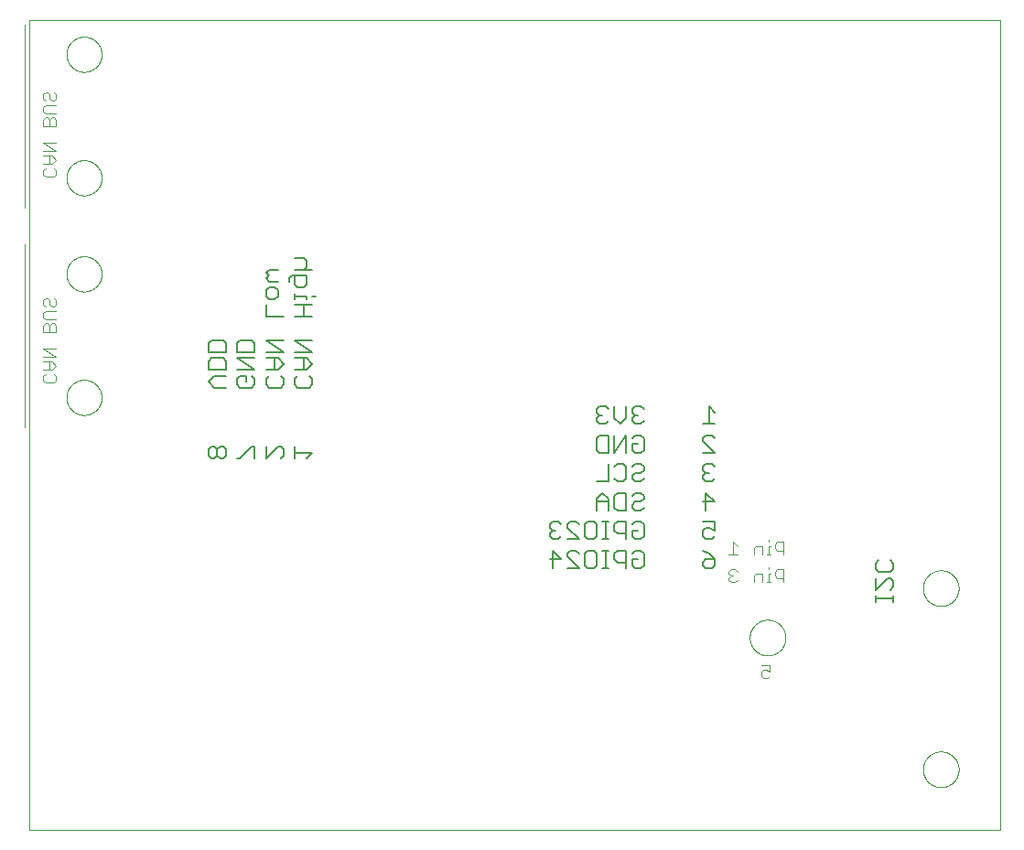
<source format=gbo>
G75*
%MOIN*%
%OFA0B0*%
%FSLAX25Y25*%
%IPPOS*%
%LPD*%
%AMOC8*
5,1,8,0,0,1.08239X$1,22.5*
%
%ADD10C,0.00000*%
%ADD11C,0.00400*%
%ADD12C,0.00600*%
%ADD13C,0.00039*%
D10*
X0012038Y0001800D02*
X0365739Y0001800D01*
X0365739Y0296761D01*
X0365739Y0296800D02*
X0012038Y0296800D01*
X0012038Y0296761D02*
X0012038Y0001800D01*
X0025638Y0159300D02*
X0025640Y0159460D01*
X0025646Y0159619D01*
X0025656Y0159778D01*
X0025670Y0159937D01*
X0025688Y0160096D01*
X0025709Y0160254D01*
X0025735Y0160411D01*
X0025765Y0160568D01*
X0025798Y0160724D01*
X0025836Y0160879D01*
X0025877Y0161033D01*
X0025922Y0161186D01*
X0025971Y0161338D01*
X0026024Y0161489D01*
X0026080Y0161638D01*
X0026141Y0161786D01*
X0026204Y0161932D01*
X0026272Y0162077D01*
X0026343Y0162220D01*
X0026417Y0162361D01*
X0026495Y0162500D01*
X0026577Y0162637D01*
X0026662Y0162772D01*
X0026750Y0162905D01*
X0026842Y0163036D01*
X0026936Y0163164D01*
X0027034Y0163290D01*
X0027135Y0163414D01*
X0027239Y0163535D01*
X0027346Y0163653D01*
X0027456Y0163769D01*
X0027569Y0163882D01*
X0027685Y0163992D01*
X0027803Y0164099D01*
X0027924Y0164203D01*
X0028048Y0164304D01*
X0028174Y0164402D01*
X0028302Y0164496D01*
X0028433Y0164588D01*
X0028566Y0164676D01*
X0028701Y0164761D01*
X0028838Y0164843D01*
X0028977Y0164921D01*
X0029118Y0164995D01*
X0029261Y0165066D01*
X0029406Y0165134D01*
X0029552Y0165197D01*
X0029700Y0165258D01*
X0029849Y0165314D01*
X0030000Y0165367D01*
X0030152Y0165416D01*
X0030305Y0165461D01*
X0030459Y0165502D01*
X0030614Y0165540D01*
X0030770Y0165573D01*
X0030927Y0165603D01*
X0031084Y0165629D01*
X0031242Y0165650D01*
X0031401Y0165668D01*
X0031560Y0165682D01*
X0031719Y0165692D01*
X0031878Y0165698D01*
X0032038Y0165700D01*
X0032198Y0165698D01*
X0032357Y0165692D01*
X0032516Y0165682D01*
X0032675Y0165668D01*
X0032834Y0165650D01*
X0032992Y0165629D01*
X0033149Y0165603D01*
X0033306Y0165573D01*
X0033462Y0165540D01*
X0033617Y0165502D01*
X0033771Y0165461D01*
X0033924Y0165416D01*
X0034076Y0165367D01*
X0034227Y0165314D01*
X0034376Y0165258D01*
X0034524Y0165197D01*
X0034670Y0165134D01*
X0034815Y0165066D01*
X0034958Y0164995D01*
X0035099Y0164921D01*
X0035238Y0164843D01*
X0035375Y0164761D01*
X0035510Y0164676D01*
X0035643Y0164588D01*
X0035774Y0164496D01*
X0035902Y0164402D01*
X0036028Y0164304D01*
X0036152Y0164203D01*
X0036273Y0164099D01*
X0036391Y0163992D01*
X0036507Y0163882D01*
X0036620Y0163769D01*
X0036730Y0163653D01*
X0036837Y0163535D01*
X0036941Y0163414D01*
X0037042Y0163290D01*
X0037140Y0163164D01*
X0037234Y0163036D01*
X0037326Y0162905D01*
X0037414Y0162772D01*
X0037499Y0162637D01*
X0037581Y0162500D01*
X0037659Y0162361D01*
X0037733Y0162220D01*
X0037804Y0162077D01*
X0037872Y0161932D01*
X0037935Y0161786D01*
X0037996Y0161638D01*
X0038052Y0161489D01*
X0038105Y0161338D01*
X0038154Y0161186D01*
X0038199Y0161033D01*
X0038240Y0160879D01*
X0038278Y0160724D01*
X0038311Y0160568D01*
X0038341Y0160411D01*
X0038367Y0160254D01*
X0038388Y0160096D01*
X0038406Y0159937D01*
X0038420Y0159778D01*
X0038430Y0159619D01*
X0038436Y0159460D01*
X0038438Y0159300D01*
X0038436Y0159140D01*
X0038430Y0158981D01*
X0038420Y0158822D01*
X0038406Y0158663D01*
X0038388Y0158504D01*
X0038367Y0158346D01*
X0038341Y0158189D01*
X0038311Y0158032D01*
X0038278Y0157876D01*
X0038240Y0157721D01*
X0038199Y0157567D01*
X0038154Y0157414D01*
X0038105Y0157262D01*
X0038052Y0157111D01*
X0037996Y0156962D01*
X0037935Y0156814D01*
X0037872Y0156668D01*
X0037804Y0156523D01*
X0037733Y0156380D01*
X0037659Y0156239D01*
X0037581Y0156100D01*
X0037499Y0155963D01*
X0037414Y0155828D01*
X0037326Y0155695D01*
X0037234Y0155564D01*
X0037140Y0155436D01*
X0037042Y0155310D01*
X0036941Y0155186D01*
X0036837Y0155065D01*
X0036730Y0154947D01*
X0036620Y0154831D01*
X0036507Y0154718D01*
X0036391Y0154608D01*
X0036273Y0154501D01*
X0036152Y0154397D01*
X0036028Y0154296D01*
X0035902Y0154198D01*
X0035774Y0154104D01*
X0035643Y0154012D01*
X0035510Y0153924D01*
X0035375Y0153839D01*
X0035238Y0153757D01*
X0035099Y0153679D01*
X0034958Y0153605D01*
X0034815Y0153534D01*
X0034670Y0153466D01*
X0034524Y0153403D01*
X0034376Y0153342D01*
X0034227Y0153286D01*
X0034076Y0153233D01*
X0033924Y0153184D01*
X0033771Y0153139D01*
X0033617Y0153098D01*
X0033462Y0153060D01*
X0033306Y0153027D01*
X0033149Y0152997D01*
X0032992Y0152971D01*
X0032834Y0152950D01*
X0032675Y0152932D01*
X0032516Y0152918D01*
X0032357Y0152908D01*
X0032198Y0152902D01*
X0032038Y0152900D01*
X0031878Y0152902D01*
X0031719Y0152908D01*
X0031560Y0152918D01*
X0031401Y0152932D01*
X0031242Y0152950D01*
X0031084Y0152971D01*
X0030927Y0152997D01*
X0030770Y0153027D01*
X0030614Y0153060D01*
X0030459Y0153098D01*
X0030305Y0153139D01*
X0030152Y0153184D01*
X0030000Y0153233D01*
X0029849Y0153286D01*
X0029700Y0153342D01*
X0029552Y0153403D01*
X0029406Y0153466D01*
X0029261Y0153534D01*
X0029118Y0153605D01*
X0028977Y0153679D01*
X0028838Y0153757D01*
X0028701Y0153839D01*
X0028566Y0153924D01*
X0028433Y0154012D01*
X0028302Y0154104D01*
X0028174Y0154198D01*
X0028048Y0154296D01*
X0027924Y0154397D01*
X0027803Y0154501D01*
X0027685Y0154608D01*
X0027569Y0154718D01*
X0027456Y0154831D01*
X0027346Y0154947D01*
X0027239Y0155065D01*
X0027135Y0155186D01*
X0027034Y0155310D01*
X0026936Y0155436D01*
X0026842Y0155564D01*
X0026750Y0155695D01*
X0026662Y0155828D01*
X0026577Y0155963D01*
X0026495Y0156100D01*
X0026417Y0156239D01*
X0026343Y0156380D01*
X0026272Y0156523D01*
X0026204Y0156668D01*
X0026141Y0156814D01*
X0026080Y0156962D01*
X0026024Y0157111D01*
X0025971Y0157262D01*
X0025922Y0157414D01*
X0025877Y0157567D01*
X0025836Y0157721D01*
X0025798Y0157876D01*
X0025765Y0158032D01*
X0025735Y0158189D01*
X0025709Y0158346D01*
X0025688Y0158504D01*
X0025670Y0158663D01*
X0025656Y0158822D01*
X0025646Y0158981D01*
X0025640Y0159140D01*
X0025638Y0159300D01*
X0025638Y0204300D02*
X0025640Y0204460D01*
X0025646Y0204619D01*
X0025656Y0204778D01*
X0025670Y0204937D01*
X0025688Y0205096D01*
X0025709Y0205254D01*
X0025735Y0205411D01*
X0025765Y0205568D01*
X0025798Y0205724D01*
X0025836Y0205879D01*
X0025877Y0206033D01*
X0025922Y0206186D01*
X0025971Y0206338D01*
X0026024Y0206489D01*
X0026080Y0206638D01*
X0026141Y0206786D01*
X0026204Y0206932D01*
X0026272Y0207077D01*
X0026343Y0207220D01*
X0026417Y0207361D01*
X0026495Y0207500D01*
X0026577Y0207637D01*
X0026662Y0207772D01*
X0026750Y0207905D01*
X0026842Y0208036D01*
X0026936Y0208164D01*
X0027034Y0208290D01*
X0027135Y0208414D01*
X0027239Y0208535D01*
X0027346Y0208653D01*
X0027456Y0208769D01*
X0027569Y0208882D01*
X0027685Y0208992D01*
X0027803Y0209099D01*
X0027924Y0209203D01*
X0028048Y0209304D01*
X0028174Y0209402D01*
X0028302Y0209496D01*
X0028433Y0209588D01*
X0028566Y0209676D01*
X0028701Y0209761D01*
X0028838Y0209843D01*
X0028977Y0209921D01*
X0029118Y0209995D01*
X0029261Y0210066D01*
X0029406Y0210134D01*
X0029552Y0210197D01*
X0029700Y0210258D01*
X0029849Y0210314D01*
X0030000Y0210367D01*
X0030152Y0210416D01*
X0030305Y0210461D01*
X0030459Y0210502D01*
X0030614Y0210540D01*
X0030770Y0210573D01*
X0030927Y0210603D01*
X0031084Y0210629D01*
X0031242Y0210650D01*
X0031401Y0210668D01*
X0031560Y0210682D01*
X0031719Y0210692D01*
X0031878Y0210698D01*
X0032038Y0210700D01*
X0032198Y0210698D01*
X0032357Y0210692D01*
X0032516Y0210682D01*
X0032675Y0210668D01*
X0032834Y0210650D01*
X0032992Y0210629D01*
X0033149Y0210603D01*
X0033306Y0210573D01*
X0033462Y0210540D01*
X0033617Y0210502D01*
X0033771Y0210461D01*
X0033924Y0210416D01*
X0034076Y0210367D01*
X0034227Y0210314D01*
X0034376Y0210258D01*
X0034524Y0210197D01*
X0034670Y0210134D01*
X0034815Y0210066D01*
X0034958Y0209995D01*
X0035099Y0209921D01*
X0035238Y0209843D01*
X0035375Y0209761D01*
X0035510Y0209676D01*
X0035643Y0209588D01*
X0035774Y0209496D01*
X0035902Y0209402D01*
X0036028Y0209304D01*
X0036152Y0209203D01*
X0036273Y0209099D01*
X0036391Y0208992D01*
X0036507Y0208882D01*
X0036620Y0208769D01*
X0036730Y0208653D01*
X0036837Y0208535D01*
X0036941Y0208414D01*
X0037042Y0208290D01*
X0037140Y0208164D01*
X0037234Y0208036D01*
X0037326Y0207905D01*
X0037414Y0207772D01*
X0037499Y0207637D01*
X0037581Y0207500D01*
X0037659Y0207361D01*
X0037733Y0207220D01*
X0037804Y0207077D01*
X0037872Y0206932D01*
X0037935Y0206786D01*
X0037996Y0206638D01*
X0038052Y0206489D01*
X0038105Y0206338D01*
X0038154Y0206186D01*
X0038199Y0206033D01*
X0038240Y0205879D01*
X0038278Y0205724D01*
X0038311Y0205568D01*
X0038341Y0205411D01*
X0038367Y0205254D01*
X0038388Y0205096D01*
X0038406Y0204937D01*
X0038420Y0204778D01*
X0038430Y0204619D01*
X0038436Y0204460D01*
X0038438Y0204300D01*
X0038436Y0204140D01*
X0038430Y0203981D01*
X0038420Y0203822D01*
X0038406Y0203663D01*
X0038388Y0203504D01*
X0038367Y0203346D01*
X0038341Y0203189D01*
X0038311Y0203032D01*
X0038278Y0202876D01*
X0038240Y0202721D01*
X0038199Y0202567D01*
X0038154Y0202414D01*
X0038105Y0202262D01*
X0038052Y0202111D01*
X0037996Y0201962D01*
X0037935Y0201814D01*
X0037872Y0201668D01*
X0037804Y0201523D01*
X0037733Y0201380D01*
X0037659Y0201239D01*
X0037581Y0201100D01*
X0037499Y0200963D01*
X0037414Y0200828D01*
X0037326Y0200695D01*
X0037234Y0200564D01*
X0037140Y0200436D01*
X0037042Y0200310D01*
X0036941Y0200186D01*
X0036837Y0200065D01*
X0036730Y0199947D01*
X0036620Y0199831D01*
X0036507Y0199718D01*
X0036391Y0199608D01*
X0036273Y0199501D01*
X0036152Y0199397D01*
X0036028Y0199296D01*
X0035902Y0199198D01*
X0035774Y0199104D01*
X0035643Y0199012D01*
X0035510Y0198924D01*
X0035375Y0198839D01*
X0035238Y0198757D01*
X0035099Y0198679D01*
X0034958Y0198605D01*
X0034815Y0198534D01*
X0034670Y0198466D01*
X0034524Y0198403D01*
X0034376Y0198342D01*
X0034227Y0198286D01*
X0034076Y0198233D01*
X0033924Y0198184D01*
X0033771Y0198139D01*
X0033617Y0198098D01*
X0033462Y0198060D01*
X0033306Y0198027D01*
X0033149Y0197997D01*
X0032992Y0197971D01*
X0032834Y0197950D01*
X0032675Y0197932D01*
X0032516Y0197918D01*
X0032357Y0197908D01*
X0032198Y0197902D01*
X0032038Y0197900D01*
X0031878Y0197902D01*
X0031719Y0197908D01*
X0031560Y0197918D01*
X0031401Y0197932D01*
X0031242Y0197950D01*
X0031084Y0197971D01*
X0030927Y0197997D01*
X0030770Y0198027D01*
X0030614Y0198060D01*
X0030459Y0198098D01*
X0030305Y0198139D01*
X0030152Y0198184D01*
X0030000Y0198233D01*
X0029849Y0198286D01*
X0029700Y0198342D01*
X0029552Y0198403D01*
X0029406Y0198466D01*
X0029261Y0198534D01*
X0029118Y0198605D01*
X0028977Y0198679D01*
X0028838Y0198757D01*
X0028701Y0198839D01*
X0028566Y0198924D01*
X0028433Y0199012D01*
X0028302Y0199104D01*
X0028174Y0199198D01*
X0028048Y0199296D01*
X0027924Y0199397D01*
X0027803Y0199501D01*
X0027685Y0199608D01*
X0027569Y0199718D01*
X0027456Y0199831D01*
X0027346Y0199947D01*
X0027239Y0200065D01*
X0027135Y0200186D01*
X0027034Y0200310D01*
X0026936Y0200436D01*
X0026842Y0200564D01*
X0026750Y0200695D01*
X0026662Y0200828D01*
X0026577Y0200963D01*
X0026495Y0201100D01*
X0026417Y0201239D01*
X0026343Y0201380D01*
X0026272Y0201523D01*
X0026204Y0201668D01*
X0026141Y0201814D01*
X0026080Y0201962D01*
X0026024Y0202111D01*
X0025971Y0202262D01*
X0025922Y0202414D01*
X0025877Y0202567D01*
X0025836Y0202721D01*
X0025798Y0202876D01*
X0025765Y0203032D01*
X0025735Y0203189D01*
X0025709Y0203346D01*
X0025688Y0203504D01*
X0025670Y0203663D01*
X0025656Y0203822D01*
X0025646Y0203981D01*
X0025640Y0204140D01*
X0025638Y0204300D01*
X0025638Y0239300D02*
X0025640Y0239460D01*
X0025646Y0239619D01*
X0025656Y0239778D01*
X0025670Y0239937D01*
X0025688Y0240096D01*
X0025709Y0240254D01*
X0025735Y0240411D01*
X0025765Y0240568D01*
X0025798Y0240724D01*
X0025836Y0240879D01*
X0025877Y0241033D01*
X0025922Y0241186D01*
X0025971Y0241338D01*
X0026024Y0241489D01*
X0026080Y0241638D01*
X0026141Y0241786D01*
X0026204Y0241932D01*
X0026272Y0242077D01*
X0026343Y0242220D01*
X0026417Y0242361D01*
X0026495Y0242500D01*
X0026577Y0242637D01*
X0026662Y0242772D01*
X0026750Y0242905D01*
X0026842Y0243036D01*
X0026936Y0243164D01*
X0027034Y0243290D01*
X0027135Y0243414D01*
X0027239Y0243535D01*
X0027346Y0243653D01*
X0027456Y0243769D01*
X0027569Y0243882D01*
X0027685Y0243992D01*
X0027803Y0244099D01*
X0027924Y0244203D01*
X0028048Y0244304D01*
X0028174Y0244402D01*
X0028302Y0244496D01*
X0028433Y0244588D01*
X0028566Y0244676D01*
X0028701Y0244761D01*
X0028838Y0244843D01*
X0028977Y0244921D01*
X0029118Y0244995D01*
X0029261Y0245066D01*
X0029406Y0245134D01*
X0029552Y0245197D01*
X0029700Y0245258D01*
X0029849Y0245314D01*
X0030000Y0245367D01*
X0030152Y0245416D01*
X0030305Y0245461D01*
X0030459Y0245502D01*
X0030614Y0245540D01*
X0030770Y0245573D01*
X0030927Y0245603D01*
X0031084Y0245629D01*
X0031242Y0245650D01*
X0031401Y0245668D01*
X0031560Y0245682D01*
X0031719Y0245692D01*
X0031878Y0245698D01*
X0032038Y0245700D01*
X0032198Y0245698D01*
X0032357Y0245692D01*
X0032516Y0245682D01*
X0032675Y0245668D01*
X0032834Y0245650D01*
X0032992Y0245629D01*
X0033149Y0245603D01*
X0033306Y0245573D01*
X0033462Y0245540D01*
X0033617Y0245502D01*
X0033771Y0245461D01*
X0033924Y0245416D01*
X0034076Y0245367D01*
X0034227Y0245314D01*
X0034376Y0245258D01*
X0034524Y0245197D01*
X0034670Y0245134D01*
X0034815Y0245066D01*
X0034958Y0244995D01*
X0035099Y0244921D01*
X0035238Y0244843D01*
X0035375Y0244761D01*
X0035510Y0244676D01*
X0035643Y0244588D01*
X0035774Y0244496D01*
X0035902Y0244402D01*
X0036028Y0244304D01*
X0036152Y0244203D01*
X0036273Y0244099D01*
X0036391Y0243992D01*
X0036507Y0243882D01*
X0036620Y0243769D01*
X0036730Y0243653D01*
X0036837Y0243535D01*
X0036941Y0243414D01*
X0037042Y0243290D01*
X0037140Y0243164D01*
X0037234Y0243036D01*
X0037326Y0242905D01*
X0037414Y0242772D01*
X0037499Y0242637D01*
X0037581Y0242500D01*
X0037659Y0242361D01*
X0037733Y0242220D01*
X0037804Y0242077D01*
X0037872Y0241932D01*
X0037935Y0241786D01*
X0037996Y0241638D01*
X0038052Y0241489D01*
X0038105Y0241338D01*
X0038154Y0241186D01*
X0038199Y0241033D01*
X0038240Y0240879D01*
X0038278Y0240724D01*
X0038311Y0240568D01*
X0038341Y0240411D01*
X0038367Y0240254D01*
X0038388Y0240096D01*
X0038406Y0239937D01*
X0038420Y0239778D01*
X0038430Y0239619D01*
X0038436Y0239460D01*
X0038438Y0239300D01*
X0038436Y0239140D01*
X0038430Y0238981D01*
X0038420Y0238822D01*
X0038406Y0238663D01*
X0038388Y0238504D01*
X0038367Y0238346D01*
X0038341Y0238189D01*
X0038311Y0238032D01*
X0038278Y0237876D01*
X0038240Y0237721D01*
X0038199Y0237567D01*
X0038154Y0237414D01*
X0038105Y0237262D01*
X0038052Y0237111D01*
X0037996Y0236962D01*
X0037935Y0236814D01*
X0037872Y0236668D01*
X0037804Y0236523D01*
X0037733Y0236380D01*
X0037659Y0236239D01*
X0037581Y0236100D01*
X0037499Y0235963D01*
X0037414Y0235828D01*
X0037326Y0235695D01*
X0037234Y0235564D01*
X0037140Y0235436D01*
X0037042Y0235310D01*
X0036941Y0235186D01*
X0036837Y0235065D01*
X0036730Y0234947D01*
X0036620Y0234831D01*
X0036507Y0234718D01*
X0036391Y0234608D01*
X0036273Y0234501D01*
X0036152Y0234397D01*
X0036028Y0234296D01*
X0035902Y0234198D01*
X0035774Y0234104D01*
X0035643Y0234012D01*
X0035510Y0233924D01*
X0035375Y0233839D01*
X0035238Y0233757D01*
X0035099Y0233679D01*
X0034958Y0233605D01*
X0034815Y0233534D01*
X0034670Y0233466D01*
X0034524Y0233403D01*
X0034376Y0233342D01*
X0034227Y0233286D01*
X0034076Y0233233D01*
X0033924Y0233184D01*
X0033771Y0233139D01*
X0033617Y0233098D01*
X0033462Y0233060D01*
X0033306Y0233027D01*
X0033149Y0232997D01*
X0032992Y0232971D01*
X0032834Y0232950D01*
X0032675Y0232932D01*
X0032516Y0232918D01*
X0032357Y0232908D01*
X0032198Y0232902D01*
X0032038Y0232900D01*
X0031878Y0232902D01*
X0031719Y0232908D01*
X0031560Y0232918D01*
X0031401Y0232932D01*
X0031242Y0232950D01*
X0031084Y0232971D01*
X0030927Y0232997D01*
X0030770Y0233027D01*
X0030614Y0233060D01*
X0030459Y0233098D01*
X0030305Y0233139D01*
X0030152Y0233184D01*
X0030000Y0233233D01*
X0029849Y0233286D01*
X0029700Y0233342D01*
X0029552Y0233403D01*
X0029406Y0233466D01*
X0029261Y0233534D01*
X0029118Y0233605D01*
X0028977Y0233679D01*
X0028838Y0233757D01*
X0028701Y0233839D01*
X0028566Y0233924D01*
X0028433Y0234012D01*
X0028302Y0234104D01*
X0028174Y0234198D01*
X0028048Y0234296D01*
X0027924Y0234397D01*
X0027803Y0234501D01*
X0027685Y0234608D01*
X0027569Y0234718D01*
X0027456Y0234831D01*
X0027346Y0234947D01*
X0027239Y0235065D01*
X0027135Y0235186D01*
X0027034Y0235310D01*
X0026936Y0235436D01*
X0026842Y0235564D01*
X0026750Y0235695D01*
X0026662Y0235828D01*
X0026577Y0235963D01*
X0026495Y0236100D01*
X0026417Y0236239D01*
X0026343Y0236380D01*
X0026272Y0236523D01*
X0026204Y0236668D01*
X0026141Y0236814D01*
X0026080Y0236962D01*
X0026024Y0237111D01*
X0025971Y0237262D01*
X0025922Y0237414D01*
X0025877Y0237567D01*
X0025836Y0237721D01*
X0025798Y0237876D01*
X0025765Y0238032D01*
X0025735Y0238189D01*
X0025709Y0238346D01*
X0025688Y0238504D01*
X0025670Y0238663D01*
X0025656Y0238822D01*
X0025646Y0238981D01*
X0025640Y0239140D01*
X0025638Y0239300D01*
X0025638Y0284300D02*
X0025640Y0284460D01*
X0025646Y0284619D01*
X0025656Y0284778D01*
X0025670Y0284937D01*
X0025688Y0285096D01*
X0025709Y0285254D01*
X0025735Y0285411D01*
X0025765Y0285568D01*
X0025798Y0285724D01*
X0025836Y0285879D01*
X0025877Y0286033D01*
X0025922Y0286186D01*
X0025971Y0286338D01*
X0026024Y0286489D01*
X0026080Y0286638D01*
X0026141Y0286786D01*
X0026204Y0286932D01*
X0026272Y0287077D01*
X0026343Y0287220D01*
X0026417Y0287361D01*
X0026495Y0287500D01*
X0026577Y0287637D01*
X0026662Y0287772D01*
X0026750Y0287905D01*
X0026842Y0288036D01*
X0026936Y0288164D01*
X0027034Y0288290D01*
X0027135Y0288414D01*
X0027239Y0288535D01*
X0027346Y0288653D01*
X0027456Y0288769D01*
X0027569Y0288882D01*
X0027685Y0288992D01*
X0027803Y0289099D01*
X0027924Y0289203D01*
X0028048Y0289304D01*
X0028174Y0289402D01*
X0028302Y0289496D01*
X0028433Y0289588D01*
X0028566Y0289676D01*
X0028701Y0289761D01*
X0028838Y0289843D01*
X0028977Y0289921D01*
X0029118Y0289995D01*
X0029261Y0290066D01*
X0029406Y0290134D01*
X0029552Y0290197D01*
X0029700Y0290258D01*
X0029849Y0290314D01*
X0030000Y0290367D01*
X0030152Y0290416D01*
X0030305Y0290461D01*
X0030459Y0290502D01*
X0030614Y0290540D01*
X0030770Y0290573D01*
X0030927Y0290603D01*
X0031084Y0290629D01*
X0031242Y0290650D01*
X0031401Y0290668D01*
X0031560Y0290682D01*
X0031719Y0290692D01*
X0031878Y0290698D01*
X0032038Y0290700D01*
X0032198Y0290698D01*
X0032357Y0290692D01*
X0032516Y0290682D01*
X0032675Y0290668D01*
X0032834Y0290650D01*
X0032992Y0290629D01*
X0033149Y0290603D01*
X0033306Y0290573D01*
X0033462Y0290540D01*
X0033617Y0290502D01*
X0033771Y0290461D01*
X0033924Y0290416D01*
X0034076Y0290367D01*
X0034227Y0290314D01*
X0034376Y0290258D01*
X0034524Y0290197D01*
X0034670Y0290134D01*
X0034815Y0290066D01*
X0034958Y0289995D01*
X0035099Y0289921D01*
X0035238Y0289843D01*
X0035375Y0289761D01*
X0035510Y0289676D01*
X0035643Y0289588D01*
X0035774Y0289496D01*
X0035902Y0289402D01*
X0036028Y0289304D01*
X0036152Y0289203D01*
X0036273Y0289099D01*
X0036391Y0288992D01*
X0036507Y0288882D01*
X0036620Y0288769D01*
X0036730Y0288653D01*
X0036837Y0288535D01*
X0036941Y0288414D01*
X0037042Y0288290D01*
X0037140Y0288164D01*
X0037234Y0288036D01*
X0037326Y0287905D01*
X0037414Y0287772D01*
X0037499Y0287637D01*
X0037581Y0287500D01*
X0037659Y0287361D01*
X0037733Y0287220D01*
X0037804Y0287077D01*
X0037872Y0286932D01*
X0037935Y0286786D01*
X0037996Y0286638D01*
X0038052Y0286489D01*
X0038105Y0286338D01*
X0038154Y0286186D01*
X0038199Y0286033D01*
X0038240Y0285879D01*
X0038278Y0285724D01*
X0038311Y0285568D01*
X0038341Y0285411D01*
X0038367Y0285254D01*
X0038388Y0285096D01*
X0038406Y0284937D01*
X0038420Y0284778D01*
X0038430Y0284619D01*
X0038436Y0284460D01*
X0038438Y0284300D01*
X0038436Y0284140D01*
X0038430Y0283981D01*
X0038420Y0283822D01*
X0038406Y0283663D01*
X0038388Y0283504D01*
X0038367Y0283346D01*
X0038341Y0283189D01*
X0038311Y0283032D01*
X0038278Y0282876D01*
X0038240Y0282721D01*
X0038199Y0282567D01*
X0038154Y0282414D01*
X0038105Y0282262D01*
X0038052Y0282111D01*
X0037996Y0281962D01*
X0037935Y0281814D01*
X0037872Y0281668D01*
X0037804Y0281523D01*
X0037733Y0281380D01*
X0037659Y0281239D01*
X0037581Y0281100D01*
X0037499Y0280963D01*
X0037414Y0280828D01*
X0037326Y0280695D01*
X0037234Y0280564D01*
X0037140Y0280436D01*
X0037042Y0280310D01*
X0036941Y0280186D01*
X0036837Y0280065D01*
X0036730Y0279947D01*
X0036620Y0279831D01*
X0036507Y0279718D01*
X0036391Y0279608D01*
X0036273Y0279501D01*
X0036152Y0279397D01*
X0036028Y0279296D01*
X0035902Y0279198D01*
X0035774Y0279104D01*
X0035643Y0279012D01*
X0035510Y0278924D01*
X0035375Y0278839D01*
X0035238Y0278757D01*
X0035099Y0278679D01*
X0034958Y0278605D01*
X0034815Y0278534D01*
X0034670Y0278466D01*
X0034524Y0278403D01*
X0034376Y0278342D01*
X0034227Y0278286D01*
X0034076Y0278233D01*
X0033924Y0278184D01*
X0033771Y0278139D01*
X0033617Y0278098D01*
X0033462Y0278060D01*
X0033306Y0278027D01*
X0033149Y0277997D01*
X0032992Y0277971D01*
X0032834Y0277950D01*
X0032675Y0277932D01*
X0032516Y0277918D01*
X0032357Y0277908D01*
X0032198Y0277902D01*
X0032038Y0277900D01*
X0031878Y0277902D01*
X0031719Y0277908D01*
X0031560Y0277918D01*
X0031401Y0277932D01*
X0031242Y0277950D01*
X0031084Y0277971D01*
X0030927Y0277997D01*
X0030770Y0278027D01*
X0030614Y0278060D01*
X0030459Y0278098D01*
X0030305Y0278139D01*
X0030152Y0278184D01*
X0030000Y0278233D01*
X0029849Y0278286D01*
X0029700Y0278342D01*
X0029552Y0278403D01*
X0029406Y0278466D01*
X0029261Y0278534D01*
X0029118Y0278605D01*
X0028977Y0278679D01*
X0028838Y0278757D01*
X0028701Y0278839D01*
X0028566Y0278924D01*
X0028433Y0279012D01*
X0028302Y0279104D01*
X0028174Y0279198D01*
X0028048Y0279296D01*
X0027924Y0279397D01*
X0027803Y0279501D01*
X0027685Y0279608D01*
X0027569Y0279718D01*
X0027456Y0279831D01*
X0027346Y0279947D01*
X0027239Y0280065D01*
X0027135Y0280186D01*
X0027034Y0280310D01*
X0026936Y0280436D01*
X0026842Y0280564D01*
X0026750Y0280695D01*
X0026662Y0280828D01*
X0026577Y0280963D01*
X0026495Y0281100D01*
X0026417Y0281239D01*
X0026343Y0281380D01*
X0026272Y0281523D01*
X0026204Y0281668D01*
X0026141Y0281814D01*
X0026080Y0281962D01*
X0026024Y0282111D01*
X0025971Y0282262D01*
X0025922Y0282414D01*
X0025877Y0282567D01*
X0025836Y0282721D01*
X0025798Y0282876D01*
X0025765Y0283032D01*
X0025735Y0283189D01*
X0025709Y0283346D01*
X0025688Y0283504D01*
X0025670Y0283663D01*
X0025656Y0283822D01*
X0025646Y0283981D01*
X0025640Y0284140D01*
X0025638Y0284300D01*
X0274538Y0071800D02*
X0274540Y0071961D01*
X0274546Y0072121D01*
X0274556Y0072282D01*
X0274570Y0072442D01*
X0274588Y0072602D01*
X0274609Y0072761D01*
X0274635Y0072920D01*
X0274665Y0073078D01*
X0274698Y0073235D01*
X0274736Y0073392D01*
X0274777Y0073547D01*
X0274822Y0073701D01*
X0274871Y0073854D01*
X0274924Y0074006D01*
X0274980Y0074157D01*
X0275041Y0074306D01*
X0275104Y0074454D01*
X0275172Y0074600D01*
X0275243Y0074744D01*
X0275317Y0074886D01*
X0275395Y0075027D01*
X0275477Y0075165D01*
X0275562Y0075302D01*
X0275650Y0075436D01*
X0275742Y0075568D01*
X0275837Y0075698D01*
X0275935Y0075826D01*
X0276036Y0075951D01*
X0276140Y0076073D01*
X0276247Y0076193D01*
X0276357Y0076310D01*
X0276470Y0076425D01*
X0276586Y0076536D01*
X0276705Y0076645D01*
X0276826Y0076750D01*
X0276950Y0076853D01*
X0277076Y0076953D01*
X0277204Y0077049D01*
X0277335Y0077142D01*
X0277469Y0077232D01*
X0277604Y0077319D01*
X0277742Y0077402D01*
X0277881Y0077482D01*
X0278023Y0077558D01*
X0278166Y0077631D01*
X0278311Y0077700D01*
X0278458Y0077766D01*
X0278606Y0077828D01*
X0278756Y0077886D01*
X0278907Y0077941D01*
X0279060Y0077992D01*
X0279214Y0078039D01*
X0279369Y0078082D01*
X0279525Y0078121D01*
X0279681Y0078157D01*
X0279839Y0078188D01*
X0279997Y0078216D01*
X0280156Y0078240D01*
X0280316Y0078260D01*
X0280476Y0078276D01*
X0280636Y0078288D01*
X0280797Y0078296D01*
X0280958Y0078300D01*
X0281118Y0078300D01*
X0281279Y0078296D01*
X0281440Y0078288D01*
X0281600Y0078276D01*
X0281760Y0078260D01*
X0281920Y0078240D01*
X0282079Y0078216D01*
X0282237Y0078188D01*
X0282395Y0078157D01*
X0282551Y0078121D01*
X0282707Y0078082D01*
X0282862Y0078039D01*
X0283016Y0077992D01*
X0283169Y0077941D01*
X0283320Y0077886D01*
X0283470Y0077828D01*
X0283618Y0077766D01*
X0283765Y0077700D01*
X0283910Y0077631D01*
X0284053Y0077558D01*
X0284195Y0077482D01*
X0284334Y0077402D01*
X0284472Y0077319D01*
X0284607Y0077232D01*
X0284741Y0077142D01*
X0284872Y0077049D01*
X0285000Y0076953D01*
X0285126Y0076853D01*
X0285250Y0076750D01*
X0285371Y0076645D01*
X0285490Y0076536D01*
X0285606Y0076425D01*
X0285719Y0076310D01*
X0285829Y0076193D01*
X0285936Y0076073D01*
X0286040Y0075951D01*
X0286141Y0075826D01*
X0286239Y0075698D01*
X0286334Y0075568D01*
X0286426Y0075436D01*
X0286514Y0075302D01*
X0286599Y0075165D01*
X0286681Y0075027D01*
X0286759Y0074886D01*
X0286833Y0074744D01*
X0286904Y0074600D01*
X0286972Y0074454D01*
X0287035Y0074306D01*
X0287096Y0074157D01*
X0287152Y0074006D01*
X0287205Y0073854D01*
X0287254Y0073701D01*
X0287299Y0073547D01*
X0287340Y0073392D01*
X0287378Y0073235D01*
X0287411Y0073078D01*
X0287441Y0072920D01*
X0287467Y0072761D01*
X0287488Y0072602D01*
X0287506Y0072442D01*
X0287520Y0072282D01*
X0287530Y0072121D01*
X0287536Y0071961D01*
X0287538Y0071800D01*
X0287536Y0071639D01*
X0287530Y0071479D01*
X0287520Y0071318D01*
X0287506Y0071158D01*
X0287488Y0070998D01*
X0287467Y0070839D01*
X0287441Y0070680D01*
X0287411Y0070522D01*
X0287378Y0070365D01*
X0287340Y0070208D01*
X0287299Y0070053D01*
X0287254Y0069899D01*
X0287205Y0069746D01*
X0287152Y0069594D01*
X0287096Y0069443D01*
X0287035Y0069294D01*
X0286972Y0069146D01*
X0286904Y0069000D01*
X0286833Y0068856D01*
X0286759Y0068714D01*
X0286681Y0068573D01*
X0286599Y0068435D01*
X0286514Y0068298D01*
X0286426Y0068164D01*
X0286334Y0068032D01*
X0286239Y0067902D01*
X0286141Y0067774D01*
X0286040Y0067649D01*
X0285936Y0067527D01*
X0285829Y0067407D01*
X0285719Y0067290D01*
X0285606Y0067175D01*
X0285490Y0067064D01*
X0285371Y0066955D01*
X0285250Y0066850D01*
X0285126Y0066747D01*
X0285000Y0066647D01*
X0284872Y0066551D01*
X0284741Y0066458D01*
X0284607Y0066368D01*
X0284472Y0066281D01*
X0284334Y0066198D01*
X0284195Y0066118D01*
X0284053Y0066042D01*
X0283910Y0065969D01*
X0283765Y0065900D01*
X0283618Y0065834D01*
X0283470Y0065772D01*
X0283320Y0065714D01*
X0283169Y0065659D01*
X0283016Y0065608D01*
X0282862Y0065561D01*
X0282707Y0065518D01*
X0282551Y0065479D01*
X0282395Y0065443D01*
X0282237Y0065412D01*
X0282079Y0065384D01*
X0281920Y0065360D01*
X0281760Y0065340D01*
X0281600Y0065324D01*
X0281440Y0065312D01*
X0281279Y0065304D01*
X0281118Y0065300D01*
X0280958Y0065300D01*
X0280797Y0065304D01*
X0280636Y0065312D01*
X0280476Y0065324D01*
X0280316Y0065340D01*
X0280156Y0065360D01*
X0279997Y0065384D01*
X0279839Y0065412D01*
X0279681Y0065443D01*
X0279525Y0065479D01*
X0279369Y0065518D01*
X0279214Y0065561D01*
X0279060Y0065608D01*
X0278907Y0065659D01*
X0278756Y0065714D01*
X0278606Y0065772D01*
X0278458Y0065834D01*
X0278311Y0065900D01*
X0278166Y0065969D01*
X0278023Y0066042D01*
X0277881Y0066118D01*
X0277742Y0066198D01*
X0277604Y0066281D01*
X0277469Y0066368D01*
X0277335Y0066458D01*
X0277204Y0066551D01*
X0277076Y0066647D01*
X0276950Y0066747D01*
X0276826Y0066850D01*
X0276705Y0066955D01*
X0276586Y0067064D01*
X0276470Y0067175D01*
X0276357Y0067290D01*
X0276247Y0067407D01*
X0276140Y0067527D01*
X0276036Y0067649D01*
X0275935Y0067774D01*
X0275837Y0067902D01*
X0275742Y0068032D01*
X0275650Y0068164D01*
X0275562Y0068298D01*
X0275477Y0068435D01*
X0275395Y0068573D01*
X0275317Y0068714D01*
X0275243Y0068856D01*
X0275172Y0069000D01*
X0275104Y0069146D01*
X0275041Y0069294D01*
X0274980Y0069443D01*
X0274924Y0069594D01*
X0274871Y0069746D01*
X0274822Y0069899D01*
X0274777Y0070053D01*
X0274736Y0070208D01*
X0274698Y0070365D01*
X0274665Y0070522D01*
X0274635Y0070680D01*
X0274609Y0070839D01*
X0274588Y0070998D01*
X0274570Y0071158D01*
X0274556Y0071318D01*
X0274546Y0071479D01*
X0274540Y0071639D01*
X0274538Y0071800D01*
X0337638Y0089800D02*
X0337640Y0089961D01*
X0337646Y0090121D01*
X0337656Y0090282D01*
X0337670Y0090442D01*
X0337688Y0090602D01*
X0337709Y0090761D01*
X0337735Y0090920D01*
X0337765Y0091078D01*
X0337798Y0091235D01*
X0337836Y0091392D01*
X0337877Y0091547D01*
X0337922Y0091701D01*
X0337971Y0091854D01*
X0338024Y0092006D01*
X0338080Y0092157D01*
X0338141Y0092306D01*
X0338204Y0092454D01*
X0338272Y0092600D01*
X0338343Y0092744D01*
X0338417Y0092886D01*
X0338495Y0093027D01*
X0338577Y0093165D01*
X0338662Y0093302D01*
X0338750Y0093436D01*
X0338842Y0093568D01*
X0338937Y0093698D01*
X0339035Y0093826D01*
X0339136Y0093951D01*
X0339240Y0094073D01*
X0339347Y0094193D01*
X0339457Y0094310D01*
X0339570Y0094425D01*
X0339686Y0094536D01*
X0339805Y0094645D01*
X0339926Y0094750D01*
X0340050Y0094853D01*
X0340176Y0094953D01*
X0340304Y0095049D01*
X0340435Y0095142D01*
X0340569Y0095232D01*
X0340704Y0095319D01*
X0340842Y0095402D01*
X0340981Y0095482D01*
X0341123Y0095558D01*
X0341266Y0095631D01*
X0341411Y0095700D01*
X0341558Y0095766D01*
X0341706Y0095828D01*
X0341856Y0095886D01*
X0342007Y0095941D01*
X0342160Y0095992D01*
X0342314Y0096039D01*
X0342469Y0096082D01*
X0342625Y0096121D01*
X0342781Y0096157D01*
X0342939Y0096188D01*
X0343097Y0096216D01*
X0343256Y0096240D01*
X0343416Y0096260D01*
X0343576Y0096276D01*
X0343736Y0096288D01*
X0343897Y0096296D01*
X0344058Y0096300D01*
X0344218Y0096300D01*
X0344379Y0096296D01*
X0344540Y0096288D01*
X0344700Y0096276D01*
X0344860Y0096260D01*
X0345020Y0096240D01*
X0345179Y0096216D01*
X0345337Y0096188D01*
X0345495Y0096157D01*
X0345651Y0096121D01*
X0345807Y0096082D01*
X0345962Y0096039D01*
X0346116Y0095992D01*
X0346269Y0095941D01*
X0346420Y0095886D01*
X0346570Y0095828D01*
X0346718Y0095766D01*
X0346865Y0095700D01*
X0347010Y0095631D01*
X0347153Y0095558D01*
X0347295Y0095482D01*
X0347434Y0095402D01*
X0347572Y0095319D01*
X0347707Y0095232D01*
X0347841Y0095142D01*
X0347972Y0095049D01*
X0348100Y0094953D01*
X0348226Y0094853D01*
X0348350Y0094750D01*
X0348471Y0094645D01*
X0348590Y0094536D01*
X0348706Y0094425D01*
X0348819Y0094310D01*
X0348929Y0094193D01*
X0349036Y0094073D01*
X0349140Y0093951D01*
X0349241Y0093826D01*
X0349339Y0093698D01*
X0349434Y0093568D01*
X0349526Y0093436D01*
X0349614Y0093302D01*
X0349699Y0093165D01*
X0349781Y0093027D01*
X0349859Y0092886D01*
X0349933Y0092744D01*
X0350004Y0092600D01*
X0350072Y0092454D01*
X0350135Y0092306D01*
X0350196Y0092157D01*
X0350252Y0092006D01*
X0350305Y0091854D01*
X0350354Y0091701D01*
X0350399Y0091547D01*
X0350440Y0091392D01*
X0350478Y0091235D01*
X0350511Y0091078D01*
X0350541Y0090920D01*
X0350567Y0090761D01*
X0350588Y0090602D01*
X0350606Y0090442D01*
X0350620Y0090282D01*
X0350630Y0090121D01*
X0350636Y0089961D01*
X0350638Y0089800D01*
X0350636Y0089639D01*
X0350630Y0089479D01*
X0350620Y0089318D01*
X0350606Y0089158D01*
X0350588Y0088998D01*
X0350567Y0088839D01*
X0350541Y0088680D01*
X0350511Y0088522D01*
X0350478Y0088365D01*
X0350440Y0088208D01*
X0350399Y0088053D01*
X0350354Y0087899D01*
X0350305Y0087746D01*
X0350252Y0087594D01*
X0350196Y0087443D01*
X0350135Y0087294D01*
X0350072Y0087146D01*
X0350004Y0087000D01*
X0349933Y0086856D01*
X0349859Y0086714D01*
X0349781Y0086573D01*
X0349699Y0086435D01*
X0349614Y0086298D01*
X0349526Y0086164D01*
X0349434Y0086032D01*
X0349339Y0085902D01*
X0349241Y0085774D01*
X0349140Y0085649D01*
X0349036Y0085527D01*
X0348929Y0085407D01*
X0348819Y0085290D01*
X0348706Y0085175D01*
X0348590Y0085064D01*
X0348471Y0084955D01*
X0348350Y0084850D01*
X0348226Y0084747D01*
X0348100Y0084647D01*
X0347972Y0084551D01*
X0347841Y0084458D01*
X0347707Y0084368D01*
X0347572Y0084281D01*
X0347434Y0084198D01*
X0347295Y0084118D01*
X0347153Y0084042D01*
X0347010Y0083969D01*
X0346865Y0083900D01*
X0346718Y0083834D01*
X0346570Y0083772D01*
X0346420Y0083714D01*
X0346269Y0083659D01*
X0346116Y0083608D01*
X0345962Y0083561D01*
X0345807Y0083518D01*
X0345651Y0083479D01*
X0345495Y0083443D01*
X0345337Y0083412D01*
X0345179Y0083384D01*
X0345020Y0083360D01*
X0344860Y0083340D01*
X0344700Y0083324D01*
X0344540Y0083312D01*
X0344379Y0083304D01*
X0344218Y0083300D01*
X0344058Y0083300D01*
X0343897Y0083304D01*
X0343736Y0083312D01*
X0343576Y0083324D01*
X0343416Y0083340D01*
X0343256Y0083360D01*
X0343097Y0083384D01*
X0342939Y0083412D01*
X0342781Y0083443D01*
X0342625Y0083479D01*
X0342469Y0083518D01*
X0342314Y0083561D01*
X0342160Y0083608D01*
X0342007Y0083659D01*
X0341856Y0083714D01*
X0341706Y0083772D01*
X0341558Y0083834D01*
X0341411Y0083900D01*
X0341266Y0083969D01*
X0341123Y0084042D01*
X0340981Y0084118D01*
X0340842Y0084198D01*
X0340704Y0084281D01*
X0340569Y0084368D01*
X0340435Y0084458D01*
X0340304Y0084551D01*
X0340176Y0084647D01*
X0340050Y0084747D01*
X0339926Y0084850D01*
X0339805Y0084955D01*
X0339686Y0085064D01*
X0339570Y0085175D01*
X0339457Y0085290D01*
X0339347Y0085407D01*
X0339240Y0085527D01*
X0339136Y0085649D01*
X0339035Y0085774D01*
X0338937Y0085902D01*
X0338842Y0086032D01*
X0338750Y0086164D01*
X0338662Y0086298D01*
X0338577Y0086435D01*
X0338495Y0086573D01*
X0338417Y0086714D01*
X0338343Y0086856D01*
X0338272Y0087000D01*
X0338204Y0087146D01*
X0338141Y0087294D01*
X0338080Y0087443D01*
X0338024Y0087594D01*
X0337971Y0087746D01*
X0337922Y0087899D01*
X0337877Y0088053D01*
X0337836Y0088208D01*
X0337798Y0088365D01*
X0337765Y0088522D01*
X0337735Y0088680D01*
X0337709Y0088839D01*
X0337688Y0088998D01*
X0337670Y0089158D01*
X0337656Y0089318D01*
X0337646Y0089479D01*
X0337640Y0089639D01*
X0337638Y0089800D01*
X0337638Y0023800D02*
X0337640Y0023961D01*
X0337646Y0024121D01*
X0337656Y0024282D01*
X0337670Y0024442D01*
X0337688Y0024602D01*
X0337709Y0024761D01*
X0337735Y0024920D01*
X0337765Y0025078D01*
X0337798Y0025235D01*
X0337836Y0025392D01*
X0337877Y0025547D01*
X0337922Y0025701D01*
X0337971Y0025854D01*
X0338024Y0026006D01*
X0338080Y0026157D01*
X0338141Y0026306D01*
X0338204Y0026454D01*
X0338272Y0026600D01*
X0338343Y0026744D01*
X0338417Y0026886D01*
X0338495Y0027027D01*
X0338577Y0027165D01*
X0338662Y0027302D01*
X0338750Y0027436D01*
X0338842Y0027568D01*
X0338937Y0027698D01*
X0339035Y0027826D01*
X0339136Y0027951D01*
X0339240Y0028073D01*
X0339347Y0028193D01*
X0339457Y0028310D01*
X0339570Y0028425D01*
X0339686Y0028536D01*
X0339805Y0028645D01*
X0339926Y0028750D01*
X0340050Y0028853D01*
X0340176Y0028953D01*
X0340304Y0029049D01*
X0340435Y0029142D01*
X0340569Y0029232D01*
X0340704Y0029319D01*
X0340842Y0029402D01*
X0340981Y0029482D01*
X0341123Y0029558D01*
X0341266Y0029631D01*
X0341411Y0029700D01*
X0341558Y0029766D01*
X0341706Y0029828D01*
X0341856Y0029886D01*
X0342007Y0029941D01*
X0342160Y0029992D01*
X0342314Y0030039D01*
X0342469Y0030082D01*
X0342625Y0030121D01*
X0342781Y0030157D01*
X0342939Y0030188D01*
X0343097Y0030216D01*
X0343256Y0030240D01*
X0343416Y0030260D01*
X0343576Y0030276D01*
X0343736Y0030288D01*
X0343897Y0030296D01*
X0344058Y0030300D01*
X0344218Y0030300D01*
X0344379Y0030296D01*
X0344540Y0030288D01*
X0344700Y0030276D01*
X0344860Y0030260D01*
X0345020Y0030240D01*
X0345179Y0030216D01*
X0345337Y0030188D01*
X0345495Y0030157D01*
X0345651Y0030121D01*
X0345807Y0030082D01*
X0345962Y0030039D01*
X0346116Y0029992D01*
X0346269Y0029941D01*
X0346420Y0029886D01*
X0346570Y0029828D01*
X0346718Y0029766D01*
X0346865Y0029700D01*
X0347010Y0029631D01*
X0347153Y0029558D01*
X0347295Y0029482D01*
X0347434Y0029402D01*
X0347572Y0029319D01*
X0347707Y0029232D01*
X0347841Y0029142D01*
X0347972Y0029049D01*
X0348100Y0028953D01*
X0348226Y0028853D01*
X0348350Y0028750D01*
X0348471Y0028645D01*
X0348590Y0028536D01*
X0348706Y0028425D01*
X0348819Y0028310D01*
X0348929Y0028193D01*
X0349036Y0028073D01*
X0349140Y0027951D01*
X0349241Y0027826D01*
X0349339Y0027698D01*
X0349434Y0027568D01*
X0349526Y0027436D01*
X0349614Y0027302D01*
X0349699Y0027165D01*
X0349781Y0027027D01*
X0349859Y0026886D01*
X0349933Y0026744D01*
X0350004Y0026600D01*
X0350072Y0026454D01*
X0350135Y0026306D01*
X0350196Y0026157D01*
X0350252Y0026006D01*
X0350305Y0025854D01*
X0350354Y0025701D01*
X0350399Y0025547D01*
X0350440Y0025392D01*
X0350478Y0025235D01*
X0350511Y0025078D01*
X0350541Y0024920D01*
X0350567Y0024761D01*
X0350588Y0024602D01*
X0350606Y0024442D01*
X0350620Y0024282D01*
X0350630Y0024121D01*
X0350636Y0023961D01*
X0350638Y0023800D01*
X0350636Y0023639D01*
X0350630Y0023479D01*
X0350620Y0023318D01*
X0350606Y0023158D01*
X0350588Y0022998D01*
X0350567Y0022839D01*
X0350541Y0022680D01*
X0350511Y0022522D01*
X0350478Y0022365D01*
X0350440Y0022208D01*
X0350399Y0022053D01*
X0350354Y0021899D01*
X0350305Y0021746D01*
X0350252Y0021594D01*
X0350196Y0021443D01*
X0350135Y0021294D01*
X0350072Y0021146D01*
X0350004Y0021000D01*
X0349933Y0020856D01*
X0349859Y0020714D01*
X0349781Y0020573D01*
X0349699Y0020435D01*
X0349614Y0020298D01*
X0349526Y0020164D01*
X0349434Y0020032D01*
X0349339Y0019902D01*
X0349241Y0019774D01*
X0349140Y0019649D01*
X0349036Y0019527D01*
X0348929Y0019407D01*
X0348819Y0019290D01*
X0348706Y0019175D01*
X0348590Y0019064D01*
X0348471Y0018955D01*
X0348350Y0018850D01*
X0348226Y0018747D01*
X0348100Y0018647D01*
X0347972Y0018551D01*
X0347841Y0018458D01*
X0347707Y0018368D01*
X0347572Y0018281D01*
X0347434Y0018198D01*
X0347295Y0018118D01*
X0347153Y0018042D01*
X0347010Y0017969D01*
X0346865Y0017900D01*
X0346718Y0017834D01*
X0346570Y0017772D01*
X0346420Y0017714D01*
X0346269Y0017659D01*
X0346116Y0017608D01*
X0345962Y0017561D01*
X0345807Y0017518D01*
X0345651Y0017479D01*
X0345495Y0017443D01*
X0345337Y0017412D01*
X0345179Y0017384D01*
X0345020Y0017360D01*
X0344860Y0017340D01*
X0344700Y0017324D01*
X0344540Y0017312D01*
X0344379Y0017304D01*
X0344218Y0017300D01*
X0344058Y0017300D01*
X0343897Y0017304D01*
X0343736Y0017312D01*
X0343576Y0017324D01*
X0343416Y0017340D01*
X0343256Y0017360D01*
X0343097Y0017384D01*
X0342939Y0017412D01*
X0342781Y0017443D01*
X0342625Y0017479D01*
X0342469Y0017518D01*
X0342314Y0017561D01*
X0342160Y0017608D01*
X0342007Y0017659D01*
X0341856Y0017714D01*
X0341706Y0017772D01*
X0341558Y0017834D01*
X0341411Y0017900D01*
X0341266Y0017969D01*
X0341123Y0018042D01*
X0340981Y0018118D01*
X0340842Y0018198D01*
X0340704Y0018281D01*
X0340569Y0018368D01*
X0340435Y0018458D01*
X0340304Y0018551D01*
X0340176Y0018647D01*
X0340050Y0018747D01*
X0339926Y0018850D01*
X0339805Y0018955D01*
X0339686Y0019064D01*
X0339570Y0019175D01*
X0339457Y0019290D01*
X0339347Y0019407D01*
X0339240Y0019527D01*
X0339136Y0019649D01*
X0339035Y0019774D01*
X0338937Y0019902D01*
X0338842Y0020032D01*
X0338750Y0020164D01*
X0338662Y0020298D01*
X0338577Y0020435D01*
X0338495Y0020573D01*
X0338417Y0020714D01*
X0338343Y0020856D01*
X0338272Y0021000D01*
X0338204Y0021146D01*
X0338141Y0021294D01*
X0338080Y0021443D01*
X0338024Y0021594D01*
X0337971Y0021746D01*
X0337922Y0021899D01*
X0337877Y0022053D01*
X0337836Y0022208D01*
X0337798Y0022365D01*
X0337765Y0022522D01*
X0337735Y0022680D01*
X0337709Y0022839D01*
X0337688Y0022998D01*
X0337670Y0023158D01*
X0337656Y0023318D01*
X0337646Y0023479D01*
X0337640Y0023639D01*
X0337638Y0023800D01*
D11*
X0281838Y0057767D02*
X0281070Y0057000D01*
X0279536Y0057000D01*
X0278769Y0057767D01*
X0278769Y0059302D01*
X0279536Y0060069D01*
X0280303Y0060069D01*
X0281838Y0059302D01*
X0281838Y0061604D01*
X0278769Y0061604D01*
X0279165Y0092000D02*
X0279165Y0095069D01*
X0276863Y0095069D01*
X0276095Y0094302D01*
X0276095Y0092000D01*
X0269957Y0092767D02*
X0269189Y0092000D01*
X0267655Y0092000D01*
X0266887Y0092767D01*
X0266887Y0093535D01*
X0267655Y0094302D01*
X0268422Y0094302D01*
X0267655Y0094302D02*
X0266887Y0095069D01*
X0266887Y0095837D01*
X0267655Y0096604D01*
X0269189Y0096604D01*
X0269957Y0095837D01*
X0269957Y0102000D02*
X0266887Y0102000D01*
X0268422Y0102000D02*
X0268422Y0106604D01*
X0269957Y0105069D01*
X0276095Y0104302D02*
X0276095Y0102000D01*
X0276095Y0104302D02*
X0276863Y0105069D01*
X0279165Y0105069D01*
X0279165Y0102000D01*
X0280699Y0102000D02*
X0282234Y0102000D01*
X0281467Y0102000D02*
X0281467Y0105069D01*
X0282234Y0105069D01*
X0283769Y0104302D02*
X0283769Y0105837D01*
X0284536Y0106604D01*
X0286838Y0106604D01*
X0286838Y0102000D01*
X0286838Y0103535D02*
X0284536Y0103535D01*
X0283769Y0104302D01*
X0281467Y0106604D02*
X0281467Y0107371D01*
X0281467Y0097371D02*
X0281467Y0096604D01*
X0281467Y0095069D02*
X0281467Y0092000D01*
X0282234Y0092000D02*
X0280699Y0092000D01*
X0281467Y0095069D02*
X0282234Y0095069D01*
X0283769Y0094302D02*
X0284536Y0093535D01*
X0286838Y0093535D01*
X0286838Y0092000D02*
X0286838Y0096604D01*
X0284536Y0096604D01*
X0283769Y0095837D01*
X0283769Y0094302D01*
X0021842Y0165540D02*
X0021074Y0164772D01*
X0018005Y0164772D01*
X0017238Y0165540D01*
X0017238Y0167074D01*
X0018005Y0167842D01*
X0017238Y0169376D02*
X0020307Y0169376D01*
X0021842Y0170911D01*
X0020307Y0172446D01*
X0017238Y0172446D01*
X0017238Y0173980D02*
X0021842Y0173980D01*
X0017238Y0177050D01*
X0021842Y0177050D01*
X0019540Y0172446D02*
X0019540Y0169376D01*
X0021074Y0167842D02*
X0021842Y0167074D01*
X0021842Y0165540D01*
X0021842Y0183188D02*
X0017238Y0183188D01*
X0017238Y0185490D01*
X0018005Y0186257D01*
X0018772Y0186257D01*
X0019540Y0185490D01*
X0019540Y0183188D01*
X0021842Y0183188D02*
X0021842Y0185490D01*
X0021074Y0186257D01*
X0020307Y0186257D01*
X0019540Y0185490D01*
X0018005Y0187792D02*
X0017238Y0188559D01*
X0017238Y0190094D01*
X0018005Y0190861D01*
X0021842Y0190861D01*
X0021074Y0192396D02*
X0020307Y0192396D01*
X0019540Y0193163D01*
X0019540Y0194698D01*
X0018772Y0195465D01*
X0018005Y0195465D01*
X0017238Y0194698D01*
X0017238Y0193163D01*
X0018005Y0192396D01*
X0021074Y0192396D02*
X0021842Y0193163D01*
X0021842Y0194698D01*
X0021074Y0195465D01*
X0021842Y0187792D02*
X0018005Y0187792D01*
X0018005Y0239772D02*
X0017238Y0240540D01*
X0017238Y0242074D01*
X0018005Y0242842D01*
X0017238Y0244376D02*
X0020307Y0244376D01*
X0021842Y0245911D01*
X0020307Y0247446D01*
X0017238Y0247446D01*
X0017238Y0248980D02*
X0021842Y0248980D01*
X0017238Y0252050D01*
X0021842Y0252050D01*
X0019540Y0247446D02*
X0019540Y0244376D01*
X0021074Y0242842D02*
X0021842Y0242074D01*
X0021842Y0240540D01*
X0021074Y0239772D01*
X0018005Y0239772D01*
X0017238Y0258188D02*
X0017238Y0260490D01*
X0018005Y0261257D01*
X0018772Y0261257D01*
X0019540Y0260490D01*
X0019540Y0258188D01*
X0017238Y0258188D02*
X0021842Y0258188D01*
X0021842Y0260490D01*
X0021074Y0261257D01*
X0020307Y0261257D01*
X0019540Y0260490D01*
X0018005Y0262792D02*
X0017238Y0263559D01*
X0017238Y0265094D01*
X0018005Y0265861D01*
X0021842Y0265861D01*
X0021074Y0267396D02*
X0020307Y0267396D01*
X0019540Y0268163D01*
X0019540Y0269698D01*
X0018772Y0270465D01*
X0018005Y0270465D01*
X0017238Y0269698D01*
X0017238Y0268163D01*
X0018005Y0267396D01*
X0021074Y0267396D02*
X0021842Y0268163D01*
X0021842Y0269698D01*
X0021074Y0270465D01*
X0021842Y0262792D02*
X0018005Y0262792D01*
D12*
X0098338Y0204758D02*
X0099405Y0205825D01*
X0102608Y0205825D01*
X0099405Y0203690D02*
X0098338Y0204758D01*
X0099405Y0203690D02*
X0098338Y0202623D01*
X0099405Y0201555D01*
X0102608Y0201555D01*
X0101541Y0199380D02*
X0102608Y0198312D01*
X0102608Y0196177D01*
X0101541Y0195109D01*
X0099405Y0195109D01*
X0098338Y0196177D01*
X0098338Y0198312D01*
X0099405Y0199380D01*
X0101541Y0199380D01*
X0106703Y0201542D02*
X0106703Y0202609D01*
X0107770Y0203677D01*
X0113108Y0203677D01*
X0113108Y0200474D01*
X0112041Y0199406D01*
X0109905Y0199406D01*
X0108838Y0200474D01*
X0108838Y0203677D01*
X0108838Y0205852D02*
X0115243Y0205852D01*
X0113108Y0206920D02*
X0112041Y0205852D01*
X0113108Y0206920D02*
X0113108Y0209055D01*
X0112041Y0210122D01*
X0108838Y0210122D01*
X0108838Y0197245D02*
X0108838Y0195109D01*
X0108838Y0196177D02*
X0113108Y0196177D01*
X0113108Y0195109D01*
X0115243Y0196177D02*
X0116311Y0196177D01*
X0115243Y0192934D02*
X0108838Y0192934D01*
X0112041Y0192934D02*
X0112041Y0188664D01*
X0115243Y0188664D02*
X0108838Y0188664D01*
X0104743Y0188664D02*
X0098338Y0188664D01*
X0098338Y0192934D01*
X0098338Y0180043D02*
X0104743Y0180043D01*
X0108838Y0180043D02*
X0115243Y0180043D01*
X0115243Y0175773D02*
X0108838Y0180043D01*
X0108838Y0175773D02*
X0115243Y0175773D01*
X0113108Y0173598D02*
X0108838Y0173598D01*
X0112041Y0173598D02*
X0112041Y0169327D01*
X0113108Y0169327D02*
X0115243Y0171463D01*
X0113108Y0173598D01*
X0113108Y0169327D02*
X0108838Y0169327D01*
X0109905Y0167152D02*
X0108838Y0166085D01*
X0108838Y0163950D01*
X0109905Y0162882D01*
X0114176Y0162882D01*
X0115243Y0163950D01*
X0115243Y0166085D01*
X0114176Y0167152D01*
X0104743Y0166085D02*
X0104743Y0163950D01*
X0103676Y0162882D01*
X0099405Y0162882D01*
X0098338Y0163950D01*
X0098338Y0166085D01*
X0099405Y0167152D01*
X0098338Y0169327D02*
X0102608Y0169327D01*
X0104743Y0171463D01*
X0102608Y0173598D01*
X0098338Y0173598D01*
X0098338Y0175773D02*
X0104743Y0175773D01*
X0098338Y0180043D01*
X0094243Y0178976D02*
X0094243Y0175773D01*
X0087838Y0175773D01*
X0087838Y0178976D01*
X0088905Y0180043D01*
X0093176Y0180043D01*
X0094243Y0178976D01*
X0094243Y0173598D02*
X0087838Y0173598D01*
X0094243Y0169327D01*
X0087838Y0169327D01*
X0088905Y0167152D02*
X0091041Y0167152D01*
X0091041Y0165017D01*
X0093176Y0162882D02*
X0088905Y0162882D01*
X0087838Y0163950D01*
X0087838Y0166085D01*
X0088905Y0167152D01*
X0093176Y0167152D02*
X0094243Y0166085D01*
X0094243Y0163950D01*
X0093176Y0162882D01*
X0083743Y0162882D02*
X0079473Y0162882D01*
X0077338Y0165017D01*
X0079473Y0167152D01*
X0083743Y0167152D01*
X0083743Y0169327D02*
X0083743Y0172530D01*
X0082676Y0173598D01*
X0078405Y0173598D01*
X0077338Y0172530D01*
X0077338Y0169327D01*
X0083743Y0169327D01*
X0083743Y0175773D02*
X0077338Y0175773D01*
X0077338Y0178976D01*
X0078405Y0180043D01*
X0082676Y0180043D01*
X0083743Y0178976D01*
X0083743Y0175773D01*
X0101541Y0173598D02*
X0101541Y0169327D01*
X0103676Y0167152D02*
X0104743Y0166085D01*
X0103676Y0141370D02*
X0102608Y0141370D01*
X0098338Y0137100D01*
X0098338Y0141370D01*
X0094243Y0141370D02*
X0093176Y0141370D01*
X0088905Y0137100D01*
X0087838Y0137100D01*
X0083743Y0138168D02*
X0083743Y0140303D01*
X0082676Y0141370D01*
X0081608Y0141370D01*
X0080541Y0140303D01*
X0080541Y0138168D01*
X0081608Y0137100D01*
X0082676Y0137100D01*
X0083743Y0138168D01*
X0080541Y0138168D02*
X0079473Y0137100D01*
X0078405Y0137100D01*
X0077338Y0138168D01*
X0077338Y0140303D01*
X0078405Y0141370D01*
X0079473Y0141370D01*
X0080541Y0140303D01*
X0094243Y0141370D02*
X0094243Y0137100D01*
X0103676Y0137100D02*
X0104743Y0138168D01*
X0104743Y0140303D01*
X0103676Y0141370D01*
X0108838Y0141370D02*
X0108838Y0137100D01*
X0108838Y0139235D02*
X0115243Y0139235D01*
X0113108Y0137100D01*
X0201607Y0112938D02*
X0201607Y0111870D01*
X0202674Y0110803D01*
X0201607Y0109735D01*
X0201607Y0108668D01*
X0202674Y0107600D01*
X0204809Y0107600D01*
X0205877Y0108668D01*
X0208052Y0107600D02*
X0212322Y0107600D01*
X0208052Y0111870D01*
X0208052Y0112938D01*
X0209120Y0114005D01*
X0211255Y0114005D01*
X0212322Y0112938D01*
X0214498Y0112938D02*
X0214498Y0108668D01*
X0215565Y0107600D01*
X0217700Y0107600D01*
X0218768Y0108668D01*
X0218768Y0112938D01*
X0217700Y0114005D01*
X0215565Y0114005D01*
X0214498Y0112938D01*
X0220930Y0114005D02*
X0223065Y0114005D01*
X0221997Y0114005D02*
X0221997Y0107600D01*
X0220930Y0107600D02*
X0223065Y0107600D01*
X0225240Y0110803D02*
X0226308Y0109735D01*
X0229510Y0109735D01*
X0229510Y0107600D02*
X0229510Y0114005D01*
X0226308Y0114005D01*
X0225240Y0112938D01*
X0225240Y0110803D01*
X0231685Y0110803D02*
X0231685Y0108668D01*
X0232753Y0107600D01*
X0234888Y0107600D01*
X0235956Y0108668D01*
X0235956Y0112938D01*
X0234888Y0114005D01*
X0232753Y0114005D01*
X0231685Y0112938D01*
X0231685Y0110803D02*
X0233821Y0110803D01*
X0234888Y0118100D02*
X0235956Y0119168D01*
X0234888Y0118100D02*
X0232753Y0118100D01*
X0231685Y0119168D01*
X0231685Y0120235D01*
X0232753Y0121303D01*
X0234888Y0121303D01*
X0235956Y0122370D01*
X0235956Y0123438D01*
X0234888Y0124505D01*
X0232753Y0124505D01*
X0231685Y0123438D01*
X0229510Y0124505D02*
X0226308Y0124505D01*
X0225240Y0123438D01*
X0225240Y0119168D01*
X0226308Y0118100D01*
X0229510Y0118100D01*
X0229510Y0124505D01*
X0223065Y0122370D02*
X0220930Y0124505D01*
X0218795Y0122370D01*
X0218795Y0118100D01*
X0218795Y0121303D02*
X0223065Y0121303D01*
X0223065Y0122370D02*
X0223065Y0118100D01*
X0223065Y0128600D02*
X0218795Y0128600D01*
X0223065Y0128600D02*
X0223065Y0135005D01*
X0225240Y0133938D02*
X0226308Y0135005D01*
X0228443Y0135005D01*
X0229510Y0133938D01*
X0229510Y0129668D01*
X0228443Y0128600D01*
X0226308Y0128600D01*
X0225240Y0129668D01*
X0231685Y0129668D02*
X0232753Y0128600D01*
X0234888Y0128600D01*
X0235956Y0129668D01*
X0234888Y0131803D02*
X0232753Y0131803D01*
X0231685Y0130735D01*
X0231685Y0129668D01*
X0234888Y0131803D02*
X0235956Y0132870D01*
X0235956Y0133938D01*
X0234888Y0135005D01*
X0232753Y0135005D01*
X0231685Y0133938D01*
X0232753Y0139100D02*
X0231685Y0140168D01*
X0231685Y0142303D01*
X0233821Y0142303D01*
X0235956Y0144438D02*
X0234888Y0145505D01*
X0232753Y0145505D01*
X0231685Y0144438D01*
X0229510Y0145505D02*
X0225240Y0139100D01*
X0225240Y0145505D01*
X0223065Y0145505D02*
X0219862Y0145505D01*
X0218795Y0144438D01*
X0218795Y0140168D01*
X0219862Y0139100D01*
X0223065Y0139100D01*
X0223065Y0145505D01*
X0229510Y0145505D02*
X0229510Y0139100D01*
X0232753Y0139100D02*
X0234888Y0139100D01*
X0235956Y0140168D01*
X0235956Y0144438D01*
X0234888Y0149600D02*
X0235956Y0150668D01*
X0234888Y0149600D02*
X0232753Y0149600D01*
X0231685Y0150668D01*
X0231685Y0151735D01*
X0232753Y0152803D01*
X0233821Y0152803D01*
X0232753Y0152803D02*
X0231685Y0153870D01*
X0231685Y0154938D01*
X0232753Y0156005D01*
X0234888Y0156005D01*
X0235956Y0154938D01*
X0229510Y0156005D02*
X0229510Y0151735D01*
X0227375Y0149600D01*
X0225240Y0151735D01*
X0225240Y0156005D01*
X0223065Y0154938D02*
X0221997Y0156005D01*
X0219862Y0156005D01*
X0218795Y0154938D01*
X0218795Y0153870D01*
X0219862Y0152803D01*
X0218795Y0151735D01*
X0218795Y0150668D01*
X0219862Y0149600D01*
X0221997Y0149600D01*
X0223065Y0150668D01*
X0220930Y0152803D02*
X0219862Y0152803D01*
X0257467Y0149600D02*
X0261738Y0149600D01*
X0259603Y0149600D02*
X0259603Y0156005D01*
X0261738Y0153870D01*
X0260670Y0145505D02*
X0258535Y0145505D01*
X0257467Y0144438D01*
X0257467Y0143370D01*
X0261738Y0139100D01*
X0257467Y0139100D01*
X0258535Y0135005D02*
X0257467Y0133938D01*
X0257467Y0132870D01*
X0258535Y0131803D01*
X0257467Y0130735D01*
X0257467Y0129668D01*
X0258535Y0128600D01*
X0260670Y0128600D01*
X0261738Y0129668D01*
X0259603Y0131803D02*
X0258535Y0131803D01*
X0258535Y0135005D02*
X0260670Y0135005D01*
X0261738Y0133938D01*
X0258535Y0124505D02*
X0261738Y0121303D01*
X0257467Y0121303D01*
X0258535Y0124505D02*
X0258535Y0118100D01*
X0257467Y0114005D02*
X0261738Y0114005D01*
X0261738Y0110803D01*
X0259603Y0111870D01*
X0258535Y0111870D01*
X0257467Y0110803D01*
X0257467Y0108668D01*
X0258535Y0107600D01*
X0260670Y0107600D01*
X0261738Y0108668D01*
X0259603Y0102438D02*
X0261738Y0100303D01*
X0258535Y0100303D01*
X0257467Y0099235D01*
X0257467Y0098168D01*
X0258535Y0097100D01*
X0260670Y0097100D01*
X0261738Y0098168D01*
X0261738Y0100303D01*
X0259603Y0102438D02*
X0257467Y0103505D01*
X0235956Y0102438D02*
X0235956Y0098168D01*
X0234888Y0097100D01*
X0232753Y0097100D01*
X0231685Y0098168D01*
X0231685Y0100303D01*
X0233821Y0100303D01*
X0235956Y0102438D02*
X0234888Y0103505D01*
X0232753Y0103505D01*
X0231685Y0102438D01*
X0229510Y0103505D02*
X0226308Y0103505D01*
X0225240Y0102438D01*
X0225240Y0100303D01*
X0226308Y0099235D01*
X0229510Y0099235D01*
X0229510Y0097100D02*
X0229510Y0103505D01*
X0223065Y0103505D02*
X0220930Y0103505D01*
X0221997Y0103505D02*
X0221997Y0097100D01*
X0220930Y0097100D02*
X0223065Y0097100D01*
X0218768Y0098168D02*
X0217700Y0097100D01*
X0215565Y0097100D01*
X0214498Y0098168D01*
X0214498Y0102438D01*
X0215565Y0103505D01*
X0217700Y0103505D01*
X0218768Y0102438D01*
X0218768Y0098168D01*
X0212322Y0097100D02*
X0208052Y0101370D01*
X0208052Y0102438D01*
X0209120Y0103505D01*
X0211255Y0103505D01*
X0212322Y0102438D01*
X0212322Y0097100D02*
X0208052Y0097100D01*
X0205877Y0100303D02*
X0201607Y0100303D01*
X0202674Y0103505D02*
X0202674Y0097100D01*
X0205877Y0100303D02*
X0202674Y0103505D01*
X0202674Y0110803D02*
X0203742Y0110803D01*
X0205877Y0112938D02*
X0204809Y0114005D01*
X0202674Y0114005D01*
X0201607Y0112938D01*
X0260670Y0145505D02*
X0261738Y0144438D01*
X0320338Y0098857D02*
X0321405Y0099925D01*
X0320338Y0098857D02*
X0320338Y0096722D01*
X0321405Y0095654D01*
X0325676Y0095654D01*
X0326743Y0096722D01*
X0326743Y0098857D01*
X0325676Y0099925D01*
X0325676Y0093479D02*
X0326743Y0092412D01*
X0326743Y0090277D01*
X0325676Y0089209D01*
X0326743Y0087047D02*
X0326743Y0084912D01*
X0326743Y0085980D02*
X0320338Y0085980D01*
X0320338Y0087047D02*
X0320338Y0084912D01*
X0320338Y0089209D02*
X0324608Y0093479D01*
X0325676Y0093479D01*
X0320338Y0093479D02*
X0320338Y0089209D01*
D13*
X0010338Y0148550D02*
X0010338Y0215050D01*
X0010338Y0228550D02*
X0010338Y0295050D01*
M02*

</source>
